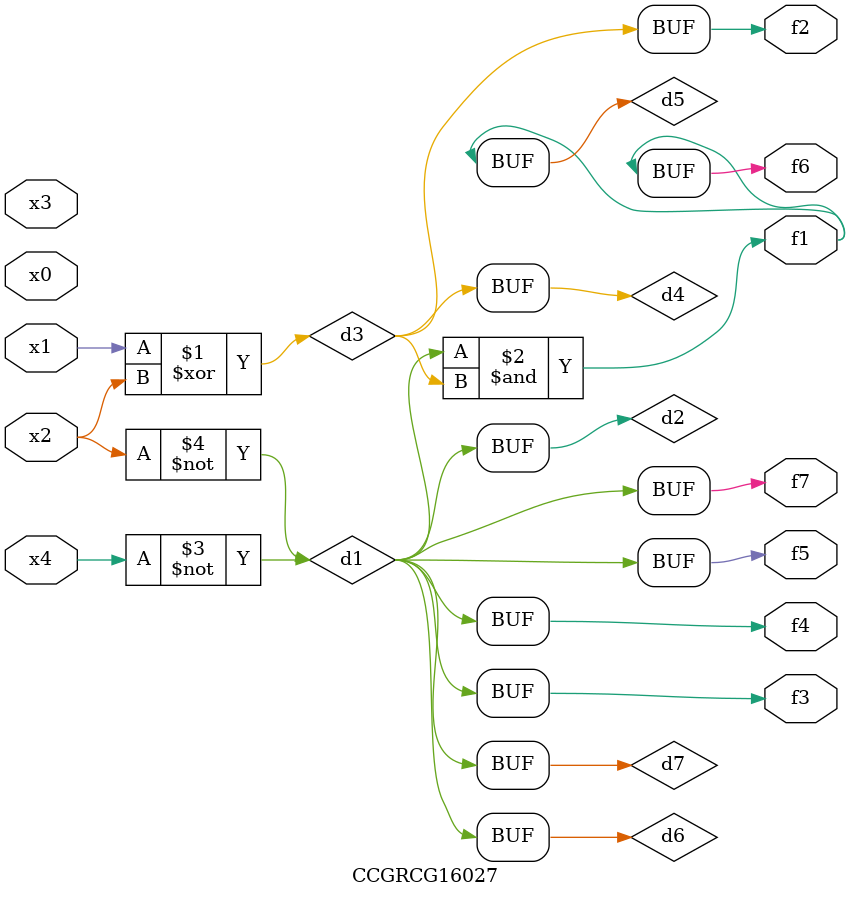
<source format=v>
module CCGRCG16027(
	input x0, x1, x2, x3, x4,
	output f1, f2, f3, f4, f5, f6, f7
);

	wire d1, d2, d3, d4, d5, d6, d7;

	not (d1, x4);
	not (d2, x2);
	xor (d3, x1, x2);
	buf (d4, d3);
	and (d5, d1, d3);
	buf (d6, d1, d2);
	buf (d7, d2);
	assign f1 = d5;
	assign f2 = d4;
	assign f3 = d7;
	assign f4 = d7;
	assign f5 = d7;
	assign f6 = d5;
	assign f7 = d7;
endmodule

</source>
